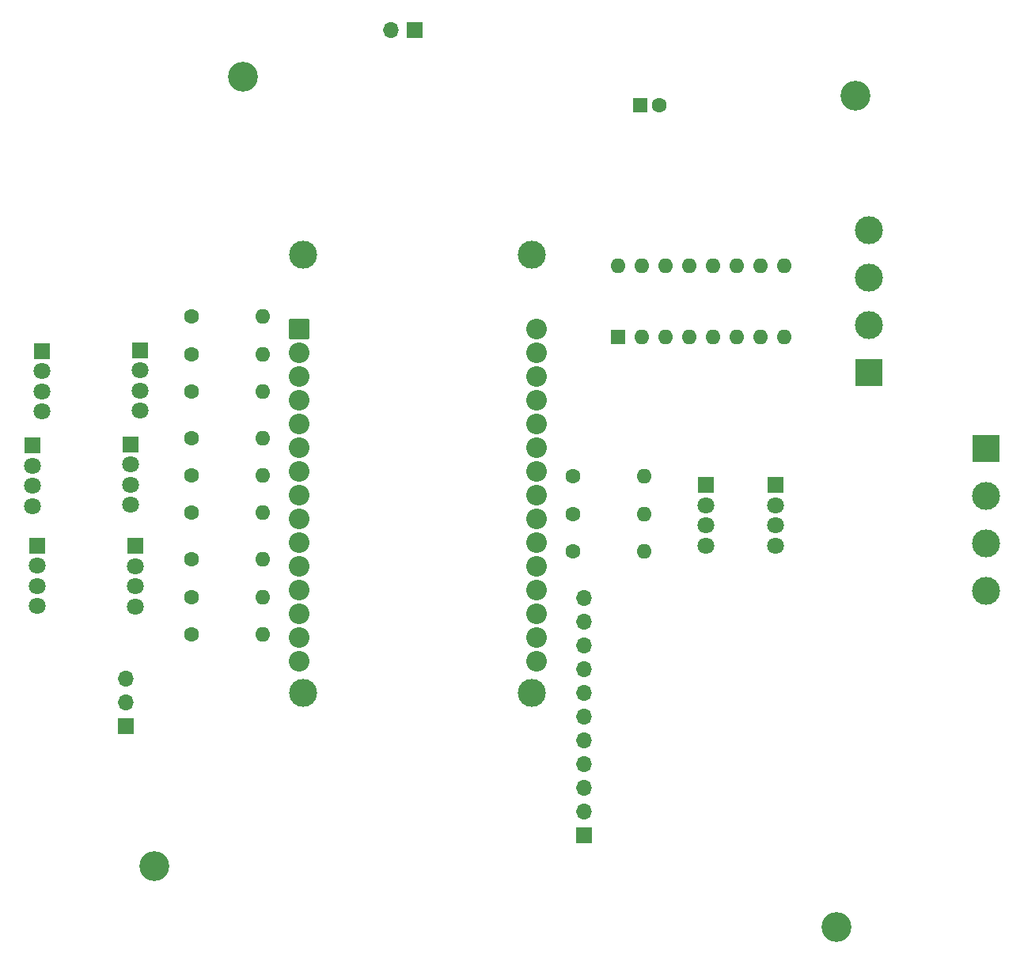
<source format=gbr>
%TF.GenerationSoftware,KiCad,Pcbnew,8.0.4*%
%TF.CreationDate,2024-09-12T05:22:36-05:00*%
%TF.ProjectId,Robt,526f6274-2e6b-4696-9361-645f70636258,rev?*%
%TF.SameCoordinates,Original*%
%TF.FileFunction,Soldermask,Top*%
%TF.FilePolarity,Negative*%
%FSLAX46Y46*%
G04 Gerber Fmt 4.6, Leading zero omitted, Abs format (unit mm)*
G04 Created by KiCad (PCBNEW 8.0.4) date 2024-09-12 05:22:36*
%MOMM*%
%LPD*%
G01*
G04 APERTURE LIST*
G04 Aperture macros list*
%AMRoundRect*
0 Rectangle with rounded corners*
0 $1 Rounding radius*
0 $2 $3 $4 $5 $6 $7 $8 $9 X,Y pos of 4 corners*
0 Add a 4 corners polygon primitive as box body*
4,1,4,$2,$3,$4,$5,$6,$7,$8,$9,$2,$3,0*
0 Add four circle primitives for the rounded corners*
1,1,$1+$1,$2,$3*
1,1,$1+$1,$4,$5*
1,1,$1+$1,$6,$7*
1,1,$1+$1,$8,$9*
0 Add four rect primitives between the rounded corners*
20,1,$1+$1,$2,$3,$4,$5,0*
20,1,$1+$1,$4,$5,$6,$7,0*
20,1,$1+$1,$6,$7,$8,$9,0*
20,1,$1+$1,$8,$9,$2,$3,0*%
G04 Aperture macros list end*
%ADD10C,3.200000*%
%ADD11R,1.600000X1.600000*%
%ADD12C,1.600000*%
%ADD13O,1.600000X1.600000*%
%ADD14R,3.000000X3.000000*%
%ADD15C,3.000000*%
%ADD16R,1.700000X1.700000*%
%ADD17O,1.700000X1.700000*%
%ADD18C,1.800000*%
%ADD19R,1.800000X1.800000*%
%ADD20RoundRect,0.102000X-1.000000X-1.000000X1.000000X-1.000000X1.000000X1.000000X-1.000000X1.000000X0*%
%ADD21C,2.204000*%
G04 APERTURE END LIST*
D10*
%TO.C,REF\u002A\u002A*%
X132000000Y-129500000D03*
%TD*%
%TO.C,REF\u002A\u002A*%
X207000000Y-47000000D03*
%TD*%
%TO.C,REF\u002A\u002A*%
X205000000Y-136000000D03*
%TD*%
%TO.C,REF\u002A\u002A*%
X141500000Y-45000000D03*
%TD*%
D11*
%TO.C,C1*%
X184000000Y-48000000D03*
D12*
X186000000Y-48000000D03*
%TD*%
D11*
%TO.C,U2*%
X181625000Y-72800000D03*
D13*
X184165000Y-72800000D03*
X186705000Y-72800000D03*
X189245000Y-72800000D03*
X191785000Y-72800000D03*
X194325000Y-72800000D03*
X196865000Y-72800000D03*
X199405000Y-72800000D03*
X199405000Y-65180000D03*
X196865000Y-65180000D03*
X194325000Y-65180000D03*
X191785000Y-65180000D03*
X189245000Y-65180000D03*
X186705000Y-65180000D03*
X184165000Y-65180000D03*
X181625000Y-65180000D03*
%TD*%
%TO.C,R15*%
X143620000Y-104659000D03*
D12*
X136000000Y-104659000D03*
%TD*%
D13*
%TO.C,R14*%
X143620000Y-100659000D03*
D12*
X136000000Y-100659000D03*
%TD*%
D13*
%TO.C,R13*%
X143620000Y-96659000D03*
D12*
X136000000Y-96659000D03*
%TD*%
D13*
%TO.C,R12*%
X143620000Y-83659000D03*
D12*
X136000000Y-83659000D03*
%TD*%
D13*
%TO.C,R11*%
X143620000Y-87659000D03*
D12*
X136000000Y-87659000D03*
%TD*%
D13*
%TO.C,R10*%
X143620000Y-91659000D03*
D12*
X136000000Y-91659000D03*
%TD*%
D13*
%TO.C,R9*%
X143620000Y-74659000D03*
D12*
X136000000Y-74659000D03*
%TD*%
%TO.C,R8*%
X136000000Y-78659000D03*
D13*
X143620000Y-78659000D03*
%TD*%
D12*
%TO.C,R4*%
X176800000Y-91760000D03*
D13*
X184420000Y-91760000D03*
%TD*%
D12*
%TO.C,R3*%
X176800000Y-87760000D03*
D13*
X184420000Y-87760000D03*
%TD*%
D12*
%TO.C,R2*%
X176800000Y-95760000D03*
D13*
X184420000Y-95760000D03*
%TD*%
%TO.C,R1*%
X143620000Y-70659000D03*
D12*
X136000000Y-70659000D03*
%TD*%
D14*
%TO.C,J4*%
X221000000Y-84760000D03*
D15*
X221000000Y-89840000D03*
X221000000Y-94920000D03*
X221000000Y-100000000D03*
%TD*%
%TO.C,J3*%
X208500000Y-61420000D03*
X208500000Y-66500000D03*
X208500000Y-71580000D03*
D14*
X208500000Y-76660000D03*
%TD*%
D16*
%TO.C,J2*%
X178000000Y-126200000D03*
D17*
X178000000Y-123660000D03*
X178000000Y-121120000D03*
X178000000Y-118580000D03*
X178000000Y-116040000D03*
X178000000Y-113500000D03*
X178000000Y-110960000D03*
X178000000Y-108420000D03*
X178000000Y-105880000D03*
X178000000Y-103340000D03*
X178000000Y-100800000D03*
%TD*%
D16*
%TO.C,J1*%
X128975000Y-114525000D03*
D17*
X128975000Y-111985000D03*
X128975000Y-109445000D03*
%TD*%
D18*
%TO.C,D10*%
X119500000Y-101636000D03*
X119500000Y-99477000D03*
X119500000Y-97318000D03*
D19*
X119500000Y-95159000D03*
%TD*%
D18*
%TO.C,D9*%
X129985000Y-101688000D03*
X129985000Y-99529000D03*
X129985000Y-97370000D03*
D19*
X129985000Y-95211000D03*
%TD*%
D18*
%TO.C,D8*%
X119015000Y-90925000D03*
X119015000Y-88766000D03*
X119015000Y-86607000D03*
D19*
X119015000Y-84448000D03*
%TD*%
D18*
%TO.C,D7*%
X129500000Y-90818000D03*
X129500000Y-88659000D03*
X129500000Y-86500000D03*
D19*
X129500000Y-84341000D03*
%TD*%
D18*
%TO.C,D6*%
X120000000Y-80818000D03*
X120000000Y-78659000D03*
X120000000Y-76500000D03*
D19*
X120000000Y-74341000D03*
%TD*%
D18*
%TO.C,D3*%
X191000000Y-95159000D03*
X191000000Y-93000000D03*
X191000000Y-90841000D03*
D19*
X191000000Y-88682000D03*
%TD*%
D18*
%TO.C,D2*%
X130485000Y-80711000D03*
X130485000Y-78552000D03*
X130485000Y-76393000D03*
D19*
X130485000Y-74234000D03*
%TD*%
D18*
%TO.C,D1*%
X198500000Y-95159000D03*
X198500000Y-93000000D03*
X198500000Y-90841000D03*
D19*
X198500000Y-88682000D03*
%TD*%
D17*
%TO.C,BT1*%
X157335000Y-40025000D03*
D16*
X159875000Y-40025000D03*
%TD*%
D20*
%TO.C,U1*%
X147500000Y-71960000D03*
D21*
X147500000Y-74500000D03*
X147500000Y-77040000D03*
X147500000Y-79580000D03*
X147500000Y-82120000D03*
X147500000Y-84660000D03*
X147500000Y-87200000D03*
X147500000Y-89740000D03*
X147500000Y-92280000D03*
X147500000Y-94820000D03*
X147500000Y-97360000D03*
X147500000Y-99900000D03*
X147500000Y-102440000D03*
X147500000Y-104980000D03*
X147500000Y-107520000D03*
X172900000Y-71960000D03*
X172900000Y-74500000D03*
X172900000Y-77040000D03*
X172900000Y-79580000D03*
X172900000Y-82120000D03*
X172900000Y-84660000D03*
X172900000Y-87200000D03*
X172900000Y-89740000D03*
X172900000Y-92280000D03*
X172900000Y-94820000D03*
X172900000Y-97360000D03*
X172900000Y-99900000D03*
X172900000Y-102440000D03*
X172900000Y-104980000D03*
X172900000Y-107520000D03*
D15*
X147920000Y-110950000D03*
X172430000Y-110950000D03*
X172430000Y-64000000D03*
X147920000Y-64000000D03*
%TD*%
M02*

</source>
